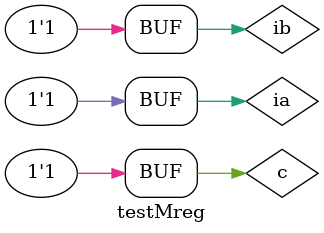
<source format=v>
module testMreg(); 
	reg clk,c1,c2,start;
	wire q1,q2,a1,a2,m1,alu,count;


	control dut(.clk(clk), .c1(c1), .c2(c2), .start(start), .q1(q1), .q2(q2), .a1(a1), .a2(a2), .m1(m1), .alu(alu), .count(count));


	initial 
	begin
		//Test Add
		ia = 4'b0000;
		ib = 4'b1111;
		c = 0;
		#10;
		//Test Add
		ia = 4'b0101;
		ib = 4'b0101;
		c = 0;
		#10;
		//Test Sub
		ia = 4'b0001;
		ib = 4'b1000;
		c = 1;
		#10;
		//Test Sub
		ia = 4'b0101;
		ib = 4'b0101;
		c = 1;
		#10;
	end
	
endmodule


</source>
